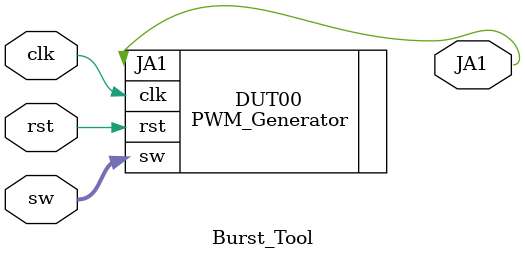
<source format=v>
`timescale 1ns / 1ps

module Burst_Tool(
input clk,
input rst,
input [3:0] sw,
output JA1
);

PWM_Generator DUT00(
    .clk(clk),
    .rst(rst),
    .sw(sw),
    .JA1(JA1)
   );


endmodule

</source>
